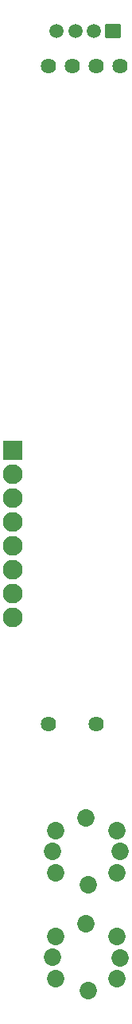
<source format=gts>
G04 Layer: TopSolderMaskLayer*
G04 EasyEDA v6.5.29, 2023-07-16 15:11:24*
G04 69541b314f914e7eb76376b61f0081d1,5a6b42c53f6a479593ecc07194224c93,10*
G04 Gerber Generator version 0.2*
G04 Scale: 100 percent, Rotated: No, Reflected: No *
G04 Dimensions in millimeters *
G04 leading zeros omitted , absolute positions ,4 integer and 5 decimal *
%FSLAX45Y45*%
%MOMM*%

%AMMACRO1*1,1,$1,$2,$3*1,1,$1,$4,$5*1,1,$1,0-$2,0-$3*1,1,$1,0-$4,0-$5*20,1,$1,$2,$3,$4,$5,0*20,1,$1,$4,$5,0-$2,0-$3,0*20,1,$1,0-$2,0-$3,0-$4,0-$5,0*20,1,$1,0-$4,0-$5,$2,$3,0*4,1,4,$2,$3,$4,$5,0-$2,0-$3,0-$4,0-$5,$2,$3,0*%
%ADD10C,1.5016*%
%ADD11MACRO1,0.1016X0.762X-0.7X-0.762X-0.7*%
%ADD12C,1.8532*%
%ADD13C,1.6256*%
%ADD14MACRO1,0.1016X-1X1X1X1*%
%ADD15C,2.1016*%

%LPD*%
D10*
G01*
X1185900Y11188674D03*
G01*
X1385900Y11188674D03*
G01*
X1585899Y11188674D03*
D11*
G01*
X1785896Y11188677D03*
D12*
G01*
X1828800Y2235200D03*
G01*
X1178788Y2235200D03*
G01*
X1828800Y2685211D03*
G01*
X1178788Y2685211D03*
G01*
X1503806Y2820187D03*
G01*
X1863801Y2460193D03*
G01*
X1524000Y2108200D03*
G01*
X1143000Y2463800D03*
G01*
X1828800Y1104900D03*
G01*
X1178788Y1104900D03*
G01*
X1828800Y1554911D03*
G01*
X1178788Y1554911D03*
G01*
X1503806Y1689887D03*
G01*
X1863801Y1329893D03*
G01*
X1524000Y977900D03*
G01*
X1143000Y1333500D03*
D13*
G01*
X1104900Y10819180D03*
G01*
X1358900Y10819180D03*
G01*
X1612900Y10819180D03*
G01*
X1866900Y10819180D03*
G01*
X1612900Y3819194D03*
G01*
X1104900Y3819194D03*
D14*
G01*
X723900Y6731000D03*
D15*
G01*
X723900Y6477000D03*
G01*
X723900Y6223000D03*
G01*
X723900Y5969000D03*
G01*
X723900Y5715000D03*
G01*
X723900Y5461000D03*
G01*
X723900Y5207000D03*
G01*
X723900Y4953000D03*
M02*

</source>
